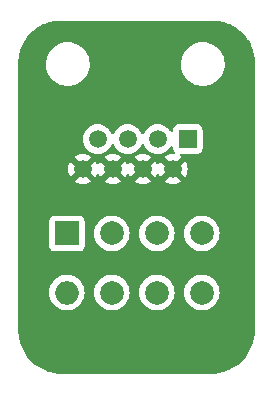
<source format=gbr>
%TF.GenerationSoftware,KiCad,Pcbnew,7.0.9*%
%TF.CreationDate,2024-01-22T18:23:32+13:00*%
%TF.ProjectId,rj45_breakout,726a3435-5f62-4726-9561-6b6f75742e6b,rev?*%
%TF.SameCoordinates,Original*%
%TF.FileFunction,Copper,L2,Bot*%
%TF.FilePolarity,Positive*%
%FSLAX46Y46*%
G04 Gerber Fmt 4.6, Leading zero omitted, Abs format (unit mm)*
G04 Created by KiCad (PCBNEW 7.0.9) date 2024-01-22 18:23:32*
%MOMM*%
%LPD*%
G01*
G04 APERTURE LIST*
%TA.AperFunction,ComponentPad*%
%ADD10R,1.500000X1.500000*%
%TD*%
%TA.AperFunction,ComponentPad*%
%ADD11C,1.500000*%
%TD*%
%TA.AperFunction,ComponentPad*%
%ADD12R,2.000000X2.000000*%
%TD*%
%TA.AperFunction,ComponentPad*%
%ADD13O,2.000000X2.000000*%
%TD*%
%TA.AperFunction,ComponentPad*%
%ADD14C,2.000000*%
%TD*%
G04 APERTURE END LIST*
D10*
%TO.P,J1,1*%
%TO.N,Net-(J2-Pin_1)*%
X53350000Y-37000000D03*
D11*
%TO.P,J1,2*%
%TO.N,GND*%
X52080000Y-39540000D03*
%TO.P,J1,3*%
%TO.N,Net-(J2-Pin_2)*%
X50810000Y-37000000D03*
%TO.P,J1,4*%
%TO.N,GND*%
X49540000Y-39540000D03*
%TO.P,J1,5*%
%TO.N,Net-(J2-Pin_3)*%
X48270000Y-37000000D03*
%TO.P,J1,6*%
%TO.N,GND*%
X47000000Y-39540000D03*
%TO.P,J1,7*%
%TO.N,Net-(J2-Pin_4)*%
X45730000Y-37000000D03*
%TO.P,J1,8*%
%TO.N,GND*%
X44460000Y-39540000D03*
%TD*%
D12*
%TO.P,J2,1,Pin_1*%
%TO.N,Net-(J2-Pin_1)*%
X43110000Y-44996200D03*
D13*
X43110000Y-50000000D03*
D14*
%TO.P,J2,2,Pin_2*%
%TO.N,Net-(J2-Pin_2)*%
X46920000Y-44996200D03*
X46920000Y-50000000D03*
%TO.P,J2,3,Pin_3*%
%TO.N,Net-(J2-Pin_3)*%
X50730000Y-44996200D03*
X50730000Y-50000000D03*
%TO.P,J2,4,Pin_4*%
%TO.N,Net-(J2-Pin_4)*%
X54540000Y-44996200D03*
X54540000Y-50000000D03*
%TD*%
%TA.AperFunction,Conductor*%
%TO.N,GND*%
G36*
X55526639Y-27000575D02*
G01*
X55595627Y-27003963D01*
X55677887Y-27008005D01*
X55871702Y-27018162D01*
X55877515Y-27018744D01*
X56047193Y-27043915D01*
X56222666Y-27071707D01*
X56228009Y-27072798D01*
X56397710Y-27115307D01*
X56566356Y-27160495D01*
X56571168Y-27161997D01*
X56737366Y-27221465D01*
X56780895Y-27238175D01*
X56899265Y-27283614D01*
X56903556Y-27285449D01*
X57063925Y-27361299D01*
X57217979Y-27439793D01*
X57221670Y-27441837D01*
X57374402Y-27533382D01*
X57519195Y-27627411D01*
X57522329Y-27629587D01*
X57665751Y-27735957D01*
X57799868Y-27844563D01*
X57802470Y-27846793D01*
X57933906Y-27965920D01*
X57936098Y-27968008D01*
X58057096Y-28089006D01*
X58059189Y-28091204D01*
X58109200Y-28146382D01*
X58178349Y-28222677D01*
X58180594Y-28225296D01*
X58289094Y-28359282D01*
X58395581Y-28502864D01*
X58397770Y-28506016D01*
X58483888Y-28638625D01*
X58491605Y-28650509D01*
X58583362Y-28803598D01*
X58585403Y-28807286D01*
X58663639Y-28960832D01*
X58739742Y-29121739D01*
X58741577Y-29126030D01*
X58803417Y-29287128D01*
X58863173Y-29454138D01*
X58864685Y-29458980D01*
X58909518Y-29626293D01*
X58952361Y-29797338D01*
X58953456Y-29802705D01*
X58980861Y-29975734D01*
X58998658Y-30095703D01*
X59000000Y-30113898D01*
X59000000Y-53597739D01*
X58998658Y-53615934D01*
X58979861Y-53742652D01*
X58949694Y-53933114D01*
X58948599Y-53938482D01*
X58904909Y-54112904D01*
X58856376Y-54294025D01*
X58854864Y-54298867D01*
X58793445Y-54470523D01*
X58727018Y-54643571D01*
X58725183Y-54647862D01*
X58646603Y-54814007D01*
X58562936Y-54978211D01*
X58560872Y-54981939D01*
X58465885Y-55140415D01*
X58365835Y-55294476D01*
X58363636Y-55297642D01*
X58253152Y-55446613D01*
X58137731Y-55589147D01*
X58135486Y-55591767D01*
X58011589Y-55728465D01*
X58009490Y-55730669D01*
X57880958Y-55859201D01*
X57878753Y-55861300D01*
X57741923Y-55985314D01*
X57739304Y-55987558D01*
X57597094Y-56102720D01*
X57447654Y-56213548D01*
X57444489Y-56215746D01*
X57291221Y-56315282D01*
X57131811Y-56410825D01*
X57128085Y-56412888D01*
X56965303Y-56495832D01*
X56797636Y-56575130D01*
X56793346Y-56576965D01*
X56622578Y-56642517D01*
X56448550Y-56704782D01*
X56443710Y-56706294D01*
X56266315Y-56753830D01*
X56088093Y-56798470D01*
X56082725Y-56799565D01*
X55899163Y-56828639D01*
X55719999Y-56855214D01*
X55714144Y-56855800D01*
X55516207Y-56866175D01*
X55350795Y-56874299D01*
X55347752Y-56874374D01*
X42676406Y-56874374D01*
X42673362Y-56874299D01*
X42519197Y-56866724D01*
X42374576Y-56859154D01*
X42310826Y-56855817D01*
X42304974Y-56855231D01*
X42127008Y-56828831D01*
X41942322Y-56799579D01*
X41936954Y-56798483D01*
X41759036Y-56753917D01*
X41581403Y-56706319D01*
X41576561Y-56704807D01*
X41576491Y-56704782D01*
X41518837Y-56684152D01*
X41402411Y-56642493D01*
X41231846Y-56577018D01*
X41227570Y-56575189D01*
X41059512Y-56495703D01*
X40897204Y-56413002D01*
X40893476Y-56410938D01*
X40733499Y-56315049D01*
X40580900Y-56215950D01*
X40577741Y-56213756D01*
X40427579Y-56102388D01*
X40286187Y-55987890D01*
X40283568Y-55985646D01*
X40145941Y-55860907D01*
X40143737Y-55858808D01*
X40016061Y-55731132D01*
X40013980Y-55728947D01*
X39889244Y-55591321D01*
X39887012Y-55588716D01*
X39772503Y-55447311D01*
X39661131Y-55297142D01*
X39658943Y-55293993D01*
X39559831Y-55141372D01*
X39463941Y-54981388D01*
X39461895Y-54977692D01*
X39379196Y-54815387D01*
X39299688Y-54647280D01*
X39297874Y-54643040D01*
X39232403Y-54472479D01*
X39220668Y-54439683D01*
X39170075Y-54298284D01*
X39168570Y-54293464D01*
X39120970Y-54115817D01*
X39076408Y-53937917D01*
X39075321Y-53932588D01*
X39046059Y-53747836D01*
X39019660Y-53569865D01*
X39019079Y-53564059D01*
X39008417Y-53360642D01*
X39003737Y-53265375D01*
X39000575Y-53200982D01*
X39000500Y-53197940D01*
X39000500Y-50000005D01*
X41604357Y-50000005D01*
X41624890Y-50247812D01*
X41624892Y-50247824D01*
X41685936Y-50488881D01*
X41785826Y-50716606D01*
X41921833Y-50924782D01*
X41921836Y-50924785D01*
X42090256Y-51107738D01*
X42286491Y-51260474D01*
X42505190Y-51378828D01*
X42740386Y-51459571D01*
X42985665Y-51500500D01*
X43234335Y-51500500D01*
X43479614Y-51459571D01*
X43714810Y-51378828D01*
X43933509Y-51260474D01*
X44129744Y-51107738D01*
X44298164Y-50924785D01*
X44434173Y-50716607D01*
X44534063Y-50488881D01*
X44595108Y-50247821D01*
X44615643Y-50000005D01*
X45414357Y-50000005D01*
X45434890Y-50247812D01*
X45434892Y-50247824D01*
X45495936Y-50488881D01*
X45595826Y-50716606D01*
X45731833Y-50924782D01*
X45731836Y-50924785D01*
X45900256Y-51107738D01*
X46096491Y-51260474D01*
X46315190Y-51378828D01*
X46550386Y-51459571D01*
X46795665Y-51500500D01*
X47044335Y-51500500D01*
X47289614Y-51459571D01*
X47524810Y-51378828D01*
X47743509Y-51260474D01*
X47939744Y-51107738D01*
X48108164Y-50924785D01*
X48244173Y-50716607D01*
X48344063Y-50488881D01*
X48405108Y-50247821D01*
X48425643Y-50000005D01*
X49224357Y-50000005D01*
X49244890Y-50247812D01*
X49244892Y-50247824D01*
X49305936Y-50488881D01*
X49405826Y-50716606D01*
X49541833Y-50924782D01*
X49541836Y-50924785D01*
X49710256Y-51107738D01*
X49906491Y-51260474D01*
X50125190Y-51378828D01*
X50360386Y-51459571D01*
X50605665Y-51500500D01*
X50854335Y-51500500D01*
X51099614Y-51459571D01*
X51334810Y-51378828D01*
X51553509Y-51260474D01*
X51749744Y-51107738D01*
X51918164Y-50924785D01*
X52054173Y-50716607D01*
X52154063Y-50488881D01*
X52215108Y-50247821D01*
X52235643Y-50000005D01*
X53034357Y-50000005D01*
X53054890Y-50247812D01*
X53054892Y-50247824D01*
X53115936Y-50488881D01*
X53215826Y-50716606D01*
X53351833Y-50924782D01*
X53351836Y-50924785D01*
X53520256Y-51107738D01*
X53716491Y-51260474D01*
X53935190Y-51378828D01*
X54170386Y-51459571D01*
X54415665Y-51500500D01*
X54664335Y-51500500D01*
X54909614Y-51459571D01*
X55144810Y-51378828D01*
X55363509Y-51260474D01*
X55559744Y-51107738D01*
X55728164Y-50924785D01*
X55864173Y-50716607D01*
X55964063Y-50488881D01*
X56025108Y-50247821D01*
X56045643Y-50000000D01*
X56025108Y-49752179D01*
X55964063Y-49511119D01*
X55864173Y-49283393D01*
X55728166Y-49075217D01*
X55706557Y-49051744D01*
X55559744Y-48892262D01*
X55363509Y-48739526D01*
X55363507Y-48739525D01*
X55363506Y-48739524D01*
X55144811Y-48621172D01*
X55144802Y-48621169D01*
X54909616Y-48540429D01*
X54664335Y-48499500D01*
X54415665Y-48499500D01*
X54170383Y-48540429D01*
X53935197Y-48621169D01*
X53935188Y-48621172D01*
X53716493Y-48739524D01*
X53520257Y-48892261D01*
X53351833Y-49075217D01*
X53215826Y-49283393D01*
X53115936Y-49511118D01*
X53054892Y-49752175D01*
X53054890Y-49752187D01*
X53034357Y-49999994D01*
X53034357Y-50000005D01*
X52235643Y-50000005D01*
X52235643Y-50000000D01*
X52215108Y-49752179D01*
X52154063Y-49511119D01*
X52054173Y-49283393D01*
X51918166Y-49075217D01*
X51896557Y-49051744D01*
X51749744Y-48892262D01*
X51553509Y-48739526D01*
X51553507Y-48739525D01*
X51553506Y-48739524D01*
X51334811Y-48621172D01*
X51334802Y-48621169D01*
X51099616Y-48540429D01*
X50854335Y-48499500D01*
X50605665Y-48499500D01*
X50360383Y-48540429D01*
X50125197Y-48621169D01*
X50125188Y-48621172D01*
X49906493Y-48739524D01*
X49710257Y-48892261D01*
X49541833Y-49075217D01*
X49405826Y-49283393D01*
X49305936Y-49511118D01*
X49244892Y-49752175D01*
X49244890Y-49752187D01*
X49224357Y-49999994D01*
X49224357Y-50000005D01*
X48425643Y-50000005D01*
X48425643Y-50000000D01*
X48405108Y-49752179D01*
X48344063Y-49511119D01*
X48244173Y-49283393D01*
X48108166Y-49075217D01*
X48086557Y-49051744D01*
X47939744Y-48892262D01*
X47743509Y-48739526D01*
X47743507Y-48739525D01*
X47743506Y-48739524D01*
X47524811Y-48621172D01*
X47524802Y-48621169D01*
X47289616Y-48540429D01*
X47044335Y-48499500D01*
X46795665Y-48499500D01*
X46550383Y-48540429D01*
X46315197Y-48621169D01*
X46315188Y-48621172D01*
X46096493Y-48739524D01*
X45900257Y-48892261D01*
X45731833Y-49075217D01*
X45595826Y-49283393D01*
X45495936Y-49511118D01*
X45434892Y-49752175D01*
X45434890Y-49752187D01*
X45414357Y-49999994D01*
X45414357Y-50000005D01*
X44615643Y-50000005D01*
X44615643Y-50000000D01*
X44595108Y-49752179D01*
X44534063Y-49511119D01*
X44434173Y-49283393D01*
X44298166Y-49075217D01*
X44276557Y-49051744D01*
X44129744Y-48892262D01*
X43933509Y-48739526D01*
X43933507Y-48739525D01*
X43933506Y-48739524D01*
X43714811Y-48621172D01*
X43714802Y-48621169D01*
X43479616Y-48540429D01*
X43234335Y-48499500D01*
X42985665Y-48499500D01*
X42740383Y-48540429D01*
X42505197Y-48621169D01*
X42505188Y-48621172D01*
X42286493Y-48739524D01*
X42090257Y-48892261D01*
X41921833Y-49075217D01*
X41785826Y-49283393D01*
X41685936Y-49511118D01*
X41624892Y-49752175D01*
X41624890Y-49752187D01*
X41604357Y-49999994D01*
X41604357Y-50000005D01*
X39000500Y-50000005D01*
X39000500Y-46044070D01*
X41609500Y-46044070D01*
X41609501Y-46044076D01*
X41615908Y-46103683D01*
X41666202Y-46238528D01*
X41666206Y-46238535D01*
X41752452Y-46353744D01*
X41752455Y-46353747D01*
X41867664Y-46439993D01*
X41867671Y-46439997D01*
X42002517Y-46490291D01*
X42002516Y-46490291D01*
X42009444Y-46491035D01*
X42062127Y-46496700D01*
X44157872Y-46496699D01*
X44217483Y-46490291D01*
X44352331Y-46439996D01*
X44467546Y-46353746D01*
X44553796Y-46238531D01*
X44604091Y-46103683D01*
X44610500Y-46044073D01*
X44610500Y-44996205D01*
X45414357Y-44996205D01*
X45434890Y-45244012D01*
X45434892Y-45244024D01*
X45495936Y-45485081D01*
X45595826Y-45712806D01*
X45731833Y-45920982D01*
X45731836Y-45920985D01*
X45900256Y-46103938D01*
X46096491Y-46256674D01*
X46315190Y-46375028D01*
X46550386Y-46455771D01*
X46795665Y-46496700D01*
X47044335Y-46496700D01*
X47289614Y-46455771D01*
X47524810Y-46375028D01*
X47743509Y-46256674D01*
X47939744Y-46103938D01*
X48108164Y-45920985D01*
X48244173Y-45712807D01*
X48344063Y-45485081D01*
X48405108Y-45244021D01*
X48425643Y-44996205D01*
X49224357Y-44996205D01*
X49244890Y-45244012D01*
X49244892Y-45244024D01*
X49305936Y-45485081D01*
X49405826Y-45712806D01*
X49541833Y-45920982D01*
X49541836Y-45920985D01*
X49710256Y-46103938D01*
X49906491Y-46256674D01*
X50125190Y-46375028D01*
X50360386Y-46455771D01*
X50605665Y-46496700D01*
X50854335Y-46496700D01*
X51099614Y-46455771D01*
X51334810Y-46375028D01*
X51553509Y-46256674D01*
X51749744Y-46103938D01*
X51918164Y-45920985D01*
X52054173Y-45712807D01*
X52154063Y-45485081D01*
X52215108Y-45244021D01*
X52235643Y-44996205D01*
X53034357Y-44996205D01*
X53054890Y-45244012D01*
X53054892Y-45244024D01*
X53115936Y-45485081D01*
X53215826Y-45712806D01*
X53351833Y-45920982D01*
X53351836Y-45920985D01*
X53520256Y-46103938D01*
X53716491Y-46256674D01*
X53935190Y-46375028D01*
X54170386Y-46455771D01*
X54415665Y-46496700D01*
X54664335Y-46496700D01*
X54909614Y-46455771D01*
X55144810Y-46375028D01*
X55363509Y-46256674D01*
X55559744Y-46103938D01*
X55728164Y-45920985D01*
X55864173Y-45712807D01*
X55964063Y-45485081D01*
X56025108Y-45244021D01*
X56045643Y-44996200D01*
X56025108Y-44748379D01*
X55964063Y-44507319D01*
X55864173Y-44279593D01*
X55728166Y-44071417D01*
X55706557Y-44047944D01*
X55559744Y-43888462D01*
X55363509Y-43735726D01*
X55363507Y-43735725D01*
X55363506Y-43735724D01*
X55144811Y-43617372D01*
X55144802Y-43617369D01*
X54909616Y-43536629D01*
X54664335Y-43495700D01*
X54415665Y-43495700D01*
X54170383Y-43536629D01*
X53935197Y-43617369D01*
X53935188Y-43617372D01*
X53716493Y-43735724D01*
X53520257Y-43888461D01*
X53351833Y-44071417D01*
X53215826Y-44279593D01*
X53115936Y-44507318D01*
X53054892Y-44748375D01*
X53054890Y-44748387D01*
X53034357Y-44996194D01*
X53034357Y-44996205D01*
X52235643Y-44996205D01*
X52235643Y-44996200D01*
X52215108Y-44748379D01*
X52154063Y-44507319D01*
X52054173Y-44279593D01*
X51918166Y-44071417D01*
X51896557Y-44047944D01*
X51749744Y-43888462D01*
X51553509Y-43735726D01*
X51553507Y-43735725D01*
X51553506Y-43735724D01*
X51334811Y-43617372D01*
X51334802Y-43617369D01*
X51099616Y-43536629D01*
X50854335Y-43495700D01*
X50605665Y-43495700D01*
X50360383Y-43536629D01*
X50125197Y-43617369D01*
X50125188Y-43617372D01*
X49906493Y-43735724D01*
X49710257Y-43888461D01*
X49541833Y-44071417D01*
X49405826Y-44279593D01*
X49305936Y-44507318D01*
X49244892Y-44748375D01*
X49244890Y-44748387D01*
X49224357Y-44996194D01*
X49224357Y-44996205D01*
X48425643Y-44996205D01*
X48425643Y-44996200D01*
X48405108Y-44748379D01*
X48344063Y-44507319D01*
X48244173Y-44279593D01*
X48108166Y-44071417D01*
X48086557Y-44047944D01*
X47939744Y-43888462D01*
X47743509Y-43735726D01*
X47743507Y-43735725D01*
X47743506Y-43735724D01*
X47524811Y-43617372D01*
X47524802Y-43617369D01*
X47289616Y-43536629D01*
X47044335Y-43495700D01*
X46795665Y-43495700D01*
X46550383Y-43536629D01*
X46315197Y-43617369D01*
X46315188Y-43617372D01*
X46096493Y-43735724D01*
X45900257Y-43888461D01*
X45731833Y-44071417D01*
X45595826Y-44279593D01*
X45495936Y-44507318D01*
X45434892Y-44748375D01*
X45434890Y-44748387D01*
X45414357Y-44996194D01*
X45414357Y-44996205D01*
X44610500Y-44996205D01*
X44610499Y-43948328D01*
X44604091Y-43888717D01*
X44553796Y-43753869D01*
X44553795Y-43753868D01*
X44553793Y-43753864D01*
X44467547Y-43638655D01*
X44467544Y-43638652D01*
X44352335Y-43552406D01*
X44352328Y-43552402D01*
X44217482Y-43502108D01*
X44217483Y-43502108D01*
X44157883Y-43495701D01*
X44157881Y-43495700D01*
X44157873Y-43495700D01*
X44157864Y-43495700D01*
X42062129Y-43495700D01*
X42062123Y-43495701D01*
X42002516Y-43502108D01*
X41867671Y-43552402D01*
X41867664Y-43552406D01*
X41752455Y-43638652D01*
X41752452Y-43638655D01*
X41666206Y-43753864D01*
X41666202Y-43753871D01*
X41615908Y-43888717D01*
X41609501Y-43948316D01*
X41609501Y-43948323D01*
X41609500Y-43948335D01*
X41609500Y-46044070D01*
X39000500Y-46044070D01*
X39000500Y-39540000D01*
X43205225Y-39540000D01*
X43224287Y-39757884D01*
X43224289Y-39757894D01*
X43280894Y-39969150D01*
X43280898Y-39969159D01*
X43373335Y-40167391D01*
X43416873Y-40229571D01*
X43416875Y-40229572D01*
X44076191Y-39570255D01*
X44076062Y-39571814D01*
X44107195Y-39694755D01*
X44176559Y-39800925D01*
X44276639Y-39878821D01*
X44396589Y-39920000D01*
X44433553Y-39920000D01*
X43770426Y-40583124D01*
X43832611Y-40626666D01*
X43832613Y-40626667D01*
X44030840Y-40719101D01*
X44030849Y-40719105D01*
X44242105Y-40775710D01*
X44242115Y-40775712D01*
X44459999Y-40794775D01*
X44460001Y-40794775D01*
X44677884Y-40775712D01*
X44677894Y-40775710D01*
X44889150Y-40719105D01*
X44889159Y-40719101D01*
X45087387Y-40626666D01*
X45149572Y-40583124D01*
X44486448Y-39920000D01*
X44491486Y-39920000D01*
X44585092Y-39904380D01*
X44696628Y-39844020D01*
X44782522Y-39750714D01*
X44833465Y-39634574D01*
X44839178Y-39565626D01*
X45503124Y-40229572D01*
X45546666Y-40167387D01*
X45617618Y-40015232D01*
X45663790Y-39962793D01*
X45730984Y-39943641D01*
X45797865Y-39963857D01*
X45842382Y-40015232D01*
X45913335Y-40167391D01*
X45956873Y-40229571D01*
X45956875Y-40229572D01*
X46616191Y-39570255D01*
X46616062Y-39571814D01*
X46647195Y-39694755D01*
X46716559Y-39800925D01*
X46816639Y-39878821D01*
X46936589Y-39920000D01*
X46973553Y-39920000D01*
X46310426Y-40583124D01*
X46372611Y-40626666D01*
X46372613Y-40626667D01*
X46570840Y-40719101D01*
X46570849Y-40719105D01*
X46782105Y-40775710D01*
X46782115Y-40775712D01*
X46999999Y-40794775D01*
X47000001Y-40794775D01*
X47217884Y-40775712D01*
X47217894Y-40775710D01*
X47429150Y-40719105D01*
X47429159Y-40719101D01*
X47627387Y-40626666D01*
X47689572Y-40583124D01*
X47026448Y-39920000D01*
X47031486Y-39920000D01*
X47125092Y-39904380D01*
X47236628Y-39844020D01*
X47322522Y-39750714D01*
X47373465Y-39634574D01*
X47379178Y-39565625D01*
X48043124Y-40229572D01*
X48086666Y-40167387D01*
X48157618Y-40015232D01*
X48203790Y-39962793D01*
X48270984Y-39943641D01*
X48337865Y-39963857D01*
X48382382Y-40015232D01*
X48453335Y-40167391D01*
X48496873Y-40229571D01*
X48496875Y-40229572D01*
X49156191Y-39570255D01*
X49156062Y-39571814D01*
X49187195Y-39694755D01*
X49256559Y-39800925D01*
X49356639Y-39878821D01*
X49476589Y-39920000D01*
X49513553Y-39920000D01*
X48850426Y-40583124D01*
X48912611Y-40626666D01*
X48912613Y-40626667D01*
X49110840Y-40719101D01*
X49110849Y-40719105D01*
X49322105Y-40775710D01*
X49322115Y-40775712D01*
X49539999Y-40794775D01*
X49540001Y-40794775D01*
X49757884Y-40775712D01*
X49757894Y-40775710D01*
X49969150Y-40719105D01*
X49969159Y-40719101D01*
X50167387Y-40626666D01*
X50229572Y-40583124D01*
X49566448Y-39920000D01*
X49571486Y-39920000D01*
X49665092Y-39904380D01*
X49776628Y-39844020D01*
X49862522Y-39750714D01*
X49913465Y-39634574D01*
X49919178Y-39565625D01*
X50583124Y-40229572D01*
X50626666Y-40167387D01*
X50697618Y-40015232D01*
X50743790Y-39962793D01*
X50810984Y-39943641D01*
X50877865Y-39963857D01*
X50922382Y-40015232D01*
X50993335Y-40167391D01*
X51036873Y-40229571D01*
X51036875Y-40229572D01*
X51696191Y-39570255D01*
X51696062Y-39571814D01*
X51727195Y-39694755D01*
X51796559Y-39800925D01*
X51896639Y-39878821D01*
X52016589Y-39920000D01*
X52053553Y-39920000D01*
X51390426Y-40583124D01*
X51452611Y-40626666D01*
X51452613Y-40626667D01*
X51650840Y-40719101D01*
X51650849Y-40719105D01*
X51862105Y-40775710D01*
X51862115Y-40775712D01*
X52079999Y-40794775D01*
X52080001Y-40794775D01*
X52297884Y-40775712D01*
X52297894Y-40775710D01*
X52509150Y-40719105D01*
X52509159Y-40719101D01*
X52707387Y-40626666D01*
X52769572Y-40583124D01*
X52106448Y-39920000D01*
X52111486Y-39920000D01*
X52205092Y-39904380D01*
X52316628Y-39844020D01*
X52402522Y-39750714D01*
X52453465Y-39634574D01*
X52459178Y-39565625D01*
X53123124Y-40229572D01*
X53166666Y-40167387D01*
X53259101Y-39969159D01*
X53259105Y-39969150D01*
X53315710Y-39757894D01*
X53315712Y-39757884D01*
X53334775Y-39540000D01*
X53334775Y-39539999D01*
X53315712Y-39322115D01*
X53315710Y-39322105D01*
X53259105Y-39110849D01*
X53259101Y-39110840D01*
X53166668Y-38912615D01*
X53123123Y-38850428D01*
X52463808Y-39509742D01*
X52463938Y-39508186D01*
X52432805Y-39385245D01*
X52363441Y-39279075D01*
X52263361Y-39201179D01*
X52143411Y-39160000D01*
X52106448Y-39160000D01*
X52769572Y-38496875D01*
X52769571Y-38496873D01*
X52739867Y-38476074D01*
X52696242Y-38421497D01*
X52689049Y-38351999D01*
X52720571Y-38289644D01*
X52780801Y-38254230D01*
X52810983Y-38250499D01*
X54147872Y-38250499D01*
X54207483Y-38244091D01*
X54342331Y-38193796D01*
X54457546Y-38107546D01*
X54543796Y-37992331D01*
X54594091Y-37857483D01*
X54600500Y-37797873D01*
X54600499Y-36202128D01*
X54594091Y-36142517D01*
X54543796Y-36007669D01*
X54543795Y-36007668D01*
X54543793Y-36007664D01*
X54457547Y-35892455D01*
X54457544Y-35892452D01*
X54342335Y-35806206D01*
X54342328Y-35806202D01*
X54207482Y-35755908D01*
X54207483Y-35755908D01*
X54147883Y-35749501D01*
X54147881Y-35749500D01*
X54147873Y-35749500D01*
X54147864Y-35749500D01*
X52552129Y-35749500D01*
X52552123Y-35749501D01*
X52492516Y-35755908D01*
X52357671Y-35806202D01*
X52357664Y-35806206D01*
X52242455Y-35892452D01*
X52242452Y-35892455D01*
X52156206Y-36007664D01*
X52156202Y-36007671D01*
X52105908Y-36142517D01*
X52100468Y-36193121D01*
X52099501Y-36202123D01*
X52099500Y-36202135D01*
X52099500Y-36268138D01*
X52079815Y-36335177D01*
X52027011Y-36380932D01*
X51957853Y-36390876D01*
X51894297Y-36361851D01*
X51873925Y-36339261D01*
X51771599Y-36193124D01*
X51720991Y-36142516D01*
X51616877Y-36038402D01*
X51437639Y-35912898D01*
X51437640Y-35912898D01*
X51437638Y-35912897D01*
X51338484Y-35866661D01*
X51239330Y-35820425D01*
X51239326Y-35820424D01*
X51239322Y-35820422D01*
X51027977Y-35763793D01*
X50810002Y-35744723D01*
X50809998Y-35744723D01*
X50682151Y-35755908D01*
X50592023Y-35763793D01*
X50592020Y-35763793D01*
X50380677Y-35820422D01*
X50380668Y-35820426D01*
X50182361Y-35912898D01*
X50182357Y-35912900D01*
X50003121Y-36038402D01*
X49848402Y-36193121D01*
X49722900Y-36372357D01*
X49722898Y-36372361D01*
X49652382Y-36523583D01*
X49606209Y-36576022D01*
X49539016Y-36595174D01*
X49472135Y-36574958D01*
X49427618Y-36523583D01*
X49361098Y-36380932D01*
X49357102Y-36372362D01*
X49357100Y-36372359D01*
X49357099Y-36372357D01*
X49231599Y-36193124D01*
X49180991Y-36142516D01*
X49076877Y-36038402D01*
X48897639Y-35912898D01*
X48897640Y-35912898D01*
X48897638Y-35912897D01*
X48798484Y-35866661D01*
X48699330Y-35820425D01*
X48699326Y-35820424D01*
X48699322Y-35820422D01*
X48487977Y-35763793D01*
X48270002Y-35744723D01*
X48269998Y-35744723D01*
X48142151Y-35755908D01*
X48052023Y-35763793D01*
X48052020Y-35763793D01*
X47840677Y-35820422D01*
X47840668Y-35820426D01*
X47642361Y-35912898D01*
X47642357Y-35912900D01*
X47463121Y-36038402D01*
X47308402Y-36193121D01*
X47182900Y-36372357D01*
X47182898Y-36372361D01*
X47112382Y-36523583D01*
X47066209Y-36576022D01*
X46999016Y-36595174D01*
X46932135Y-36574958D01*
X46887618Y-36523583D01*
X46821098Y-36380932D01*
X46817102Y-36372362D01*
X46817100Y-36372359D01*
X46817099Y-36372357D01*
X46691599Y-36193124D01*
X46640991Y-36142516D01*
X46536877Y-36038402D01*
X46357639Y-35912898D01*
X46357640Y-35912898D01*
X46357638Y-35912897D01*
X46258484Y-35866661D01*
X46159330Y-35820425D01*
X46159326Y-35820424D01*
X46159322Y-35820422D01*
X45947977Y-35763793D01*
X45730002Y-35744723D01*
X45729998Y-35744723D01*
X45602151Y-35755908D01*
X45512023Y-35763793D01*
X45512020Y-35763793D01*
X45300677Y-35820422D01*
X45300668Y-35820426D01*
X45102361Y-35912898D01*
X45102357Y-35912900D01*
X44923121Y-36038402D01*
X44768402Y-36193121D01*
X44642900Y-36372357D01*
X44642898Y-36372361D01*
X44550426Y-36570668D01*
X44550422Y-36570677D01*
X44493793Y-36782020D01*
X44493793Y-36782024D01*
X44474723Y-36999997D01*
X44474723Y-37000002D01*
X44493793Y-37217975D01*
X44493793Y-37217979D01*
X44550422Y-37429322D01*
X44550424Y-37429326D01*
X44550425Y-37429330D01*
X44572382Y-37476416D01*
X44642897Y-37627638D01*
X44667998Y-37663486D01*
X44768402Y-37806877D01*
X44923123Y-37961598D01*
X45102361Y-38087102D01*
X45300670Y-38179575D01*
X45512023Y-38236207D01*
X45694926Y-38252208D01*
X45729998Y-38255277D01*
X45730000Y-38255277D01*
X45730002Y-38255277D01*
X45758254Y-38252805D01*
X45947977Y-38236207D01*
X46159330Y-38179575D01*
X46357639Y-38087102D01*
X46536877Y-37961598D01*
X46691598Y-37806877D01*
X46817102Y-37627639D01*
X46887618Y-37476414D01*
X46933790Y-37423977D01*
X47000984Y-37404825D01*
X47067865Y-37425041D01*
X47112381Y-37476414D01*
X47182898Y-37627639D01*
X47308402Y-37806877D01*
X47463123Y-37961598D01*
X47642361Y-38087102D01*
X47840670Y-38179575D01*
X48052023Y-38236207D01*
X48234926Y-38252208D01*
X48269998Y-38255277D01*
X48270000Y-38255277D01*
X48270002Y-38255277D01*
X48298254Y-38252805D01*
X48487977Y-38236207D01*
X48699330Y-38179575D01*
X48897639Y-38087102D01*
X49076877Y-37961598D01*
X49231598Y-37806877D01*
X49357102Y-37627639D01*
X49427618Y-37476414D01*
X49473790Y-37423977D01*
X49540984Y-37404825D01*
X49607865Y-37425041D01*
X49652381Y-37476414D01*
X49722898Y-37627639D01*
X49848402Y-37806877D01*
X50003123Y-37961598D01*
X50182361Y-38087102D01*
X50380670Y-38179575D01*
X50592023Y-38236207D01*
X50774926Y-38252208D01*
X50809998Y-38255277D01*
X50810000Y-38255277D01*
X50810002Y-38255277D01*
X50838254Y-38252805D01*
X51027977Y-38236207D01*
X51239330Y-38179575D01*
X51437639Y-38087102D01*
X51616877Y-37961598D01*
X51771598Y-37806877D01*
X51873928Y-37660734D01*
X51928502Y-37617112D01*
X51998000Y-37609918D01*
X52060355Y-37641441D01*
X52095769Y-37701670D01*
X52099500Y-37731858D01*
X52099500Y-37797869D01*
X52099501Y-37797876D01*
X52105908Y-37857483D01*
X52156202Y-37992328D01*
X52156204Y-37992331D01*
X52229975Y-38090877D01*
X52254393Y-38156339D01*
X52239542Y-38224612D01*
X52190137Y-38274018D01*
X52121865Y-38288871D01*
X52119904Y-38288715D01*
X52080005Y-38285225D01*
X52079999Y-38285225D01*
X51862115Y-38304287D01*
X51862105Y-38304289D01*
X51650849Y-38360894D01*
X51650840Y-38360898D01*
X51452614Y-38453332D01*
X51452612Y-38453333D01*
X51390428Y-38496875D01*
X51390427Y-38496875D01*
X52053553Y-39160000D01*
X52048514Y-39160000D01*
X51954908Y-39175620D01*
X51843372Y-39235980D01*
X51757478Y-39329286D01*
X51706535Y-39445426D01*
X51700821Y-39514373D01*
X51036875Y-38850427D01*
X51036875Y-38850428D01*
X50993333Y-38912612D01*
X50993332Y-38912614D01*
X50922382Y-39064767D01*
X50876209Y-39117206D01*
X50809016Y-39136358D01*
X50742135Y-39116142D01*
X50697618Y-39064767D01*
X50626668Y-38912615D01*
X50583123Y-38850428D01*
X49923808Y-39509742D01*
X49923938Y-39508186D01*
X49892805Y-39385245D01*
X49823441Y-39279075D01*
X49723361Y-39201179D01*
X49603411Y-39160000D01*
X49566448Y-39160000D01*
X50229572Y-38496875D01*
X50229571Y-38496873D01*
X50167391Y-38453335D01*
X49969159Y-38360898D01*
X49969150Y-38360894D01*
X49757894Y-38304289D01*
X49757884Y-38304287D01*
X49540001Y-38285225D01*
X49539999Y-38285225D01*
X49322115Y-38304287D01*
X49322105Y-38304289D01*
X49110849Y-38360894D01*
X49110840Y-38360898D01*
X48912614Y-38453332D01*
X48912612Y-38453333D01*
X48850428Y-38496875D01*
X48850427Y-38496875D01*
X49513553Y-39160000D01*
X49508514Y-39160000D01*
X49414908Y-39175620D01*
X49303372Y-39235980D01*
X49217478Y-39329286D01*
X49166535Y-39445426D01*
X49160821Y-39514373D01*
X48496875Y-38850427D01*
X48496875Y-38850428D01*
X48453333Y-38912612D01*
X48453332Y-38912614D01*
X48382382Y-39064767D01*
X48336209Y-39117206D01*
X48269016Y-39136358D01*
X48202135Y-39116142D01*
X48157618Y-39064767D01*
X48086668Y-38912615D01*
X48043123Y-38850428D01*
X47383808Y-39509742D01*
X47383938Y-39508186D01*
X47352805Y-39385245D01*
X47283441Y-39279075D01*
X47183361Y-39201179D01*
X47063411Y-39160000D01*
X47026448Y-39160000D01*
X47689572Y-38496875D01*
X47689571Y-38496873D01*
X47627391Y-38453335D01*
X47429159Y-38360898D01*
X47429150Y-38360894D01*
X47217894Y-38304289D01*
X47217884Y-38304287D01*
X47000001Y-38285225D01*
X46999999Y-38285225D01*
X46782115Y-38304287D01*
X46782105Y-38304289D01*
X46570849Y-38360894D01*
X46570840Y-38360898D01*
X46372614Y-38453332D01*
X46372612Y-38453333D01*
X46310428Y-38496875D01*
X46310427Y-38496875D01*
X46973553Y-39160000D01*
X46968514Y-39160000D01*
X46874908Y-39175620D01*
X46763372Y-39235980D01*
X46677478Y-39329286D01*
X46626535Y-39445426D01*
X46620821Y-39514373D01*
X45956875Y-38850427D01*
X45956875Y-38850428D01*
X45913333Y-38912612D01*
X45913332Y-38912614D01*
X45842382Y-39064767D01*
X45796209Y-39117206D01*
X45729016Y-39136358D01*
X45662135Y-39116142D01*
X45617618Y-39064767D01*
X45546668Y-38912615D01*
X45503123Y-38850428D01*
X44843808Y-39509742D01*
X44843938Y-39508186D01*
X44812805Y-39385245D01*
X44743441Y-39279075D01*
X44643361Y-39201179D01*
X44523411Y-39160000D01*
X44486448Y-39160000D01*
X45149572Y-38496875D01*
X45149571Y-38496873D01*
X45087391Y-38453335D01*
X44889159Y-38360898D01*
X44889150Y-38360894D01*
X44677894Y-38304289D01*
X44677884Y-38304287D01*
X44460001Y-38285225D01*
X44459999Y-38285225D01*
X44242115Y-38304287D01*
X44242105Y-38304289D01*
X44030849Y-38360894D01*
X44030840Y-38360898D01*
X43832614Y-38453332D01*
X43832612Y-38453333D01*
X43770428Y-38496875D01*
X43770427Y-38496875D01*
X44433553Y-39160000D01*
X44428514Y-39160000D01*
X44334908Y-39175620D01*
X44223372Y-39235980D01*
X44137478Y-39329286D01*
X44086535Y-39445426D01*
X44080821Y-39514373D01*
X43416875Y-38850427D01*
X43416875Y-38850428D01*
X43373333Y-38912612D01*
X43373332Y-38912614D01*
X43280898Y-39110840D01*
X43280894Y-39110849D01*
X43224289Y-39322105D01*
X43224287Y-39322115D01*
X43205225Y-39539999D01*
X43205225Y-39540000D01*
X39000500Y-39540000D01*
X39000500Y-30717763D01*
X41335787Y-30717763D01*
X41365413Y-30987013D01*
X41365415Y-30987024D01*
X41433926Y-31249082D01*
X41433928Y-31249088D01*
X41539870Y-31498390D01*
X41611998Y-31616575D01*
X41680979Y-31729605D01*
X41680986Y-31729615D01*
X41854253Y-31937819D01*
X41854259Y-31937824D01*
X42055998Y-32118582D01*
X42281910Y-32268044D01*
X42527176Y-32383020D01*
X42527183Y-32383022D01*
X42527185Y-32383023D01*
X42786557Y-32461057D01*
X42786564Y-32461058D01*
X42786569Y-32461060D01*
X43054561Y-32500500D01*
X43054566Y-32500500D01*
X43257636Y-32500500D01*
X43309133Y-32496730D01*
X43460156Y-32485677D01*
X43572758Y-32460593D01*
X43724546Y-32426782D01*
X43724548Y-32426781D01*
X43724553Y-32426780D01*
X43977558Y-32330014D01*
X44213777Y-32197441D01*
X44428177Y-32031888D01*
X44616186Y-31836881D01*
X44773799Y-31616579D01*
X44847787Y-31472669D01*
X44897649Y-31375690D01*
X44897651Y-31375684D01*
X44897656Y-31375675D01*
X44985118Y-31119305D01*
X45034319Y-30852933D01*
X45039259Y-30717763D01*
X52765787Y-30717763D01*
X52795413Y-30987013D01*
X52795415Y-30987024D01*
X52863926Y-31249082D01*
X52863928Y-31249088D01*
X52969870Y-31498390D01*
X53041998Y-31616575D01*
X53110979Y-31729605D01*
X53110986Y-31729615D01*
X53284253Y-31937819D01*
X53284259Y-31937824D01*
X53485998Y-32118582D01*
X53711910Y-32268044D01*
X53957176Y-32383020D01*
X53957183Y-32383022D01*
X53957185Y-32383023D01*
X54216557Y-32461057D01*
X54216564Y-32461058D01*
X54216569Y-32461060D01*
X54484561Y-32500500D01*
X54484566Y-32500500D01*
X54687636Y-32500500D01*
X54739133Y-32496730D01*
X54890156Y-32485677D01*
X55002758Y-32460593D01*
X55154546Y-32426782D01*
X55154548Y-32426781D01*
X55154553Y-32426780D01*
X55407558Y-32330014D01*
X55643777Y-32197441D01*
X55858177Y-32031888D01*
X56046186Y-31836881D01*
X56203799Y-31616579D01*
X56277787Y-31472669D01*
X56327649Y-31375690D01*
X56327651Y-31375684D01*
X56327656Y-31375675D01*
X56415118Y-31119305D01*
X56464319Y-30852933D01*
X56474212Y-30582235D01*
X56444586Y-30312982D01*
X56376072Y-30050912D01*
X56270130Y-29801610D01*
X56129018Y-29570390D01*
X56127845Y-29568981D01*
X55955746Y-29362180D01*
X55955740Y-29362175D01*
X55754002Y-29181418D01*
X55528092Y-29031957D01*
X55463217Y-29001545D01*
X55282824Y-28916980D01*
X55282819Y-28916978D01*
X55282814Y-28916976D01*
X55023442Y-28838942D01*
X55023428Y-28838939D01*
X54907791Y-28821921D01*
X54755439Y-28799500D01*
X54552369Y-28799500D01*
X54552364Y-28799500D01*
X54349844Y-28814323D01*
X54349831Y-28814325D01*
X54085453Y-28873217D01*
X54085446Y-28873220D01*
X53832439Y-28969987D01*
X53596226Y-29102557D01*
X53381822Y-29268112D01*
X53193822Y-29463109D01*
X53193816Y-29463116D01*
X53036202Y-29683419D01*
X53036199Y-29683424D01*
X52912350Y-29924309D01*
X52912343Y-29924327D01*
X52824884Y-30180685D01*
X52824881Y-30180699D01*
X52775681Y-30447068D01*
X52775680Y-30447075D01*
X52765787Y-30717763D01*
X45039259Y-30717763D01*
X45044212Y-30582235D01*
X45014586Y-30312982D01*
X44946072Y-30050912D01*
X44840130Y-29801610D01*
X44699018Y-29570390D01*
X44697845Y-29568981D01*
X44525746Y-29362180D01*
X44525740Y-29362175D01*
X44324002Y-29181418D01*
X44098092Y-29031957D01*
X44033217Y-29001545D01*
X43852824Y-28916980D01*
X43852819Y-28916978D01*
X43852814Y-28916976D01*
X43593442Y-28838942D01*
X43593428Y-28838939D01*
X43477791Y-28821921D01*
X43325439Y-28799500D01*
X43122369Y-28799500D01*
X43122364Y-28799500D01*
X42919844Y-28814323D01*
X42919831Y-28814325D01*
X42655453Y-28873217D01*
X42655446Y-28873220D01*
X42402439Y-28969987D01*
X42166226Y-29102557D01*
X41951822Y-29268112D01*
X41763822Y-29463109D01*
X41763816Y-29463116D01*
X41606202Y-29683419D01*
X41606199Y-29683424D01*
X41482350Y-29924309D01*
X41482343Y-29924327D01*
X41394884Y-30180685D01*
X41394881Y-30180699D01*
X41345681Y-30447068D01*
X41345680Y-30447075D01*
X41335787Y-30717763D01*
X39000500Y-30717763D01*
X39000500Y-30501528D01*
X39000575Y-30498486D01*
X39003100Y-30447067D01*
X39007995Y-30347421D01*
X39018164Y-30153388D01*
X39018744Y-30147594D01*
X39043858Y-29978287D01*
X39071717Y-29802396D01*
X39072801Y-29797083D01*
X39115210Y-29627776D01*
X39160529Y-29458644D01*
X39162013Y-29453891D01*
X39221338Y-29288089D01*
X39283668Y-29125717D01*
X39285492Y-29121455D01*
X39294430Y-29102557D01*
X39361145Y-28961499D01*
X39439877Y-28806982D01*
X39441915Y-28803299D01*
X39533192Y-28651013D01*
X39627560Y-28505701D01*
X39629724Y-28502586D01*
X39735718Y-28359670D01*
X39736033Y-28359282D01*
X39844785Y-28224983D01*
X39846970Y-28222434D01*
X39965703Y-28091433D01*
X39967717Y-28089318D01*
X40089318Y-27967717D01*
X40091433Y-27965703D01*
X40222434Y-27846970D01*
X40224983Y-27844785D01*
X40359656Y-27735728D01*
X40502586Y-27629724D01*
X40505701Y-27627560D01*
X40651013Y-27533192D01*
X40803299Y-27441915D01*
X40806982Y-27439877D01*
X40961499Y-27361145D01*
X41121462Y-27285488D01*
X41125717Y-27283668D01*
X41288089Y-27221338D01*
X41453891Y-27162013D01*
X41458644Y-27160529D01*
X41627776Y-27115210D01*
X41797083Y-27072801D01*
X41802396Y-27071717D01*
X41978287Y-27043858D01*
X42147594Y-27018744D01*
X42153388Y-27018164D01*
X42347421Y-27007995D01*
X42445332Y-27003185D01*
X42498487Y-27000575D01*
X42501529Y-27000500D01*
X55523596Y-27000500D01*
X55526639Y-27000575D01*
G37*
%TD.AperFunction*%
%TD*%
M02*

</source>
